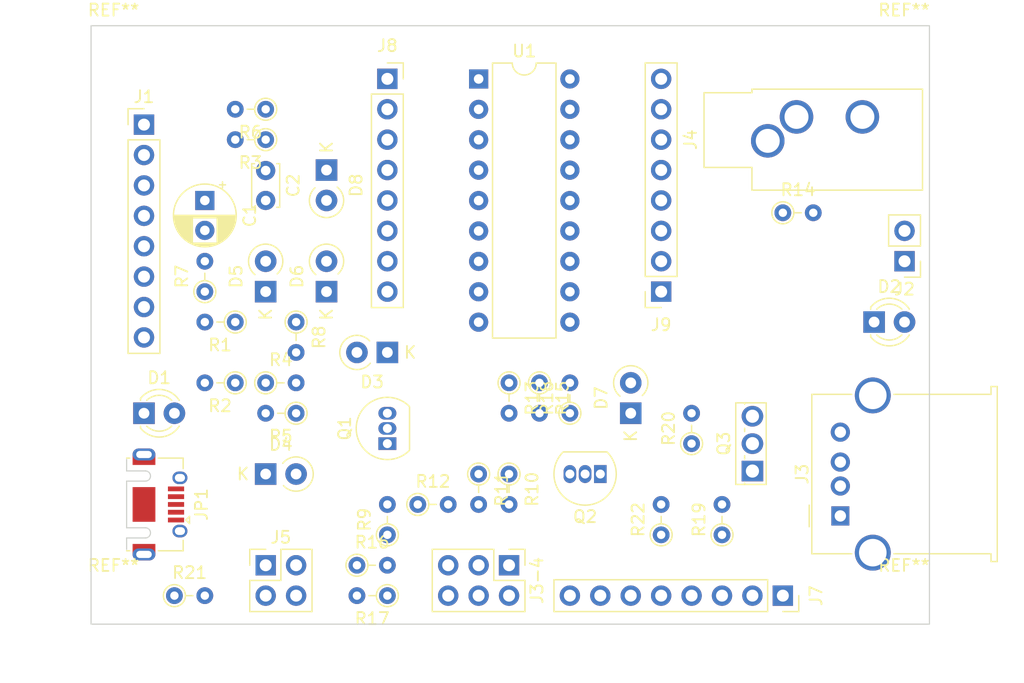
<source format=kicad_pcb>
(kicad_pcb (version 20211014) (generator pcbnew)
  (layers (0 "F.Cu" signal) (31 "B.Cu" signal) (34 "B.Paste" user) (35 "F.Paste" user) (36 "B.SilkS" user "B.Silkscreen") (37 "F.SilkS" user "F.Silkscreen") (38 "B.Mask" user) (39 "F.Mask" user) (44 "Edge.Cuts" user))
  (net 0 "")
  (net 1 "GND")
  (net 2 "Net-(R13-Pad2)")
  (net 3 "Net-(D7-Pad1)")
  (net 4 "Net-(R21-Pad1)")
  (net 5 "Net-(R19-Pad2)")
  (net 6 "Net-(D5-Pad1)")
  (net 7 "Net-(J1-Pad2)")
  (net 8 "Net-(J1-Pad1)")
  (net 9 "Net-(J1-Pad8)")
  (net 12 "Net-(R16-Pad1)")
  (net 13 "Net-(R14-Pad1)")
  (net 14 "Net-(R13-Pad1)")
  (net 15 "Net-(R10-Pad1)")
  (net 16 "Net-(R4-Pad2)")
  (net 17 "Net-(D3-Pad2)")
  (net 18 "+3V3")
  (net 19 "Net-(D1-Pad2)")
  (net 20 "Net-(J7-Pad5)")
  (net 21 "Net-(J5-Pad3)")
  (net 22 "Net-(J3-Pad2)")
  (net 23 "Net-(J7-Pad4)")
  (net 24 "Net-(J5-Pad2)")
  (net 25 "Net-(J4-PadR)")
  (net 26 "Net-(J3-4-Pad5)")
  (net 27 "Net-(J3-4-Pad3)")
  (net 28 "Net-(J3-4-Pad1)")
  (net 29 "Net-(D6-Pad2)")
  (net 30 "Net-(J1-Pad6)")
  (net 31 "Net-(D5-Pad2)")
  (net 32 "Net-(J1-Pad7)")
  (net 33 "+5V")
  (net 34 "Net-(D2-Pad2)")
  (net 55 "Net-(J3-Pad4)")
  (net 56 "Net-(R12-Pad1)")
  (net 57 "Net-(R11-Pad1)")
  (footprint "Package_DIP:DIP-18_W7.62mm" (layer "F.Cu") (at 73.66 27.95)
    (fp_text reference "U1" (at 3.81 -2.33) (layer "F.SilkS"))
    (fp_text value "MCP23008-xP")
    (pad "1" thru_hole rect (at 0 0) (size 1.6 1.6) (drill 0.8) (layers *.Cu *.Mask) (net 7 "Net-(J1-Pad2)"))
    (pad "2" thru_hole oval (at 0 2.54) (size 1.6 1.6) (drill 0.8) (layers *.Cu *.Mask) (net 8 "Net-(J1-Pad1)"))
    (pad "3" thru_hole oval (at 0 5.08) (size 1.6 1.6) (drill 0.8) (layers *.Cu *.Mask) (net 1 "GND"))
    (pad "4" thru_hole oval (at 0 7.62) (size 1.6 1.6) (drill 0.8) (layers *.Cu *.Mask) (net 1 "GND"))
    (pad "5" thru_hole oval (at 0 10.16) (size 1.6 1.6) (drill 0.8) (layers *.Cu *.Mask) (net 1 "GND"))
    (pad "6" thru_hole oval (at 0 12.7) (size 1.6 1.6) (drill 0.8) (layers *.Cu *.Mask) (net 9 "Net-(J1-Pad8)"))
    (pad "7" thru_hole oval (at 0 15.24) (size 1.6 1.6) (drill 0.8) (layers *.Cu *.Mask))
    (pad "8" thru_hole oval (at 0 17.78) (size 1.6 1.6) (drill 0.8) (layers *.Cu *.Mask))
    (pad "9" thru_hole oval (at 0 20.32) (size 1.6 1.6) (drill 0.8) (layers *.Cu *.Mask) (net 1 "GND"))
    (pad "10" thru_hole oval (at 7.62 20.32) (size 1.6 1.6) (drill 0.8) (layers *.Cu *.Mask) (net 57 "Net-(R11-Pad1)"))
    (pad "11" thru_hole oval (at 7.62 17.78) (size 1.6 1.6) (drill 0.8) (layers *.Cu *.Mask) (net 56 "Net-(R12-Pad1)"))
    (pad "12" thru_hole oval (at 7.62 15.24) (size 1.6 1.6) (drill 0.8) (layers *.Cu *.Mask) (net 4 "Net-(R21-Pad1)"))
    (pad "13" thru_hole oval (at 7.62 12.7) (size 1.6 1.6) (drill 0.8) (layers *.Cu *.Mask) (net 14 "Net-(R13-Pad1)"))
    (pad "14" thru_hole oval (at 7.62 10.16) (size 1.6 1.6) (drill 0.8) (layers *.Cu *.Mask) (net 5 "Net-(R19-Pad2)"))
    (pad "15" thru_hole oval (at 7.62 7.62) (size 1.6 1.6) (drill 0.8) (layers *.Cu *.Mask) (net 12 "Net-(R16-Pad1)"))
    (pad "16" thru_hole oval (at 7.62 5.08) (size 1.6 1.6) (drill 0.8) (layers *.Cu *.Mask) (net 13 "Net-(R14-Pad1)"))
    (pad "17" thru_hole oval (at 7.62 2.54) (size 1.6 1.6) (drill 0.8) (layers *.Cu *.Mask) (net 15 "Net-(R10-Pad1)"))
    (pad "18" thru_hole oval (at 7.62 0) (size 1.6 1.6) (drill 0.8) (layers *.Cu *.Mask) (net 18 "+3V3"))
  )
  (footprint "LED_THT:LED_D3.0mm" (layer "F.Cu") (at 106.68 48.26)
    (fp_text reference "D2" (at 1.27 -2.96) (layer "F.SilkS"))
    (fp_text value "LED")
    (pad "1" thru_hole rect (at 0 0) (size 1.8 1.8) (drill 0.9) (layers *.Cu *.Mask) (net 1 "GND"))
    (pad "2" thru_hole circle (at 2.54 0) (size 1.8 1.8) (drill 0.9) (layers *.Cu *.Mask) (net 34 "Net-(D2-Pad2)"))
  )
  (footprint "Resistor_THT:R_Axial_DIN0204_L3.6mm_D1.6mm_P2.54mm_Vertical" (layer "F.Cu") (at 55.88 33.02 180)
    (fp_text reference "R3" (at 1.27 -1.92 180) (layer "F.SilkS"))
    (fp_text value "22k")
    (pad "1" thru_hole circle (at 0 0 180) (size 1.4 1.4) (drill 0.7) (layers *.Cu *.Mask) (net 18 "+3V3"))
    (pad "2" thru_hole oval (at 2.54 0 180) (size 1.4 1.4) (drill 0.7) (layers *.Cu *.Mask) (net 7 "Net-(J1-Pad2)"))
  )
  (footprint "Resistor_THT:R_Axial_DIN0204_L3.6mm_D1.6mm_P2.54mm_Vertical" (layer "F.Cu") (at 53.34 48.26 180)
    (fp_text reference "R1" (at 1.27 -1.92) (layer "F.SilkS"))
    (fp_text value "1k")
    (pad "1" thru_hole circle (at 0 0 180) (size 1.4 1.4) (drill 0.7) (layers *.Cu *.Mask) (net 18 "+3V3"))
    (pad "2" thru_hole oval (at 2.54 0 180) (size 1.4 1.4) (drill 0.7) (layers *.Cu *.Mask) (net 19 "Net-(D1-Pad2)"))
  )
  (footprint "Resistor_THT:R_Axial_DIN0204_L3.6mm_D1.6mm_P2.54mm_Vertical" (layer "F.Cu") (at 68.58 63.5)
    (fp_text reference "R12" (at 1.27 -1.92) (layer "F.SilkS"))
    (fp_text value "4k7")
    (pad "1" thru_hole circle (at 0 0) (size 1.4 1.4) (drill 0.7) (layers *.Cu *.Mask) (net 56 "Net-(R12-Pad1)"))
    (pad "2" thru_hole oval (at 2.54 0) (size 1.4 1.4) (drill 0.7) (layers *.Cu *.Mask) (net 26 "Net-(J3-4-Pad5)"))
  )
  (footprint "Resistor_THT:R_Axial_DIN0204_L3.6mm_D1.6mm_P2.54mm_Vertical" (layer "F.Cu") (at 93.98 66.04 90)
    (fp_text reference "R19" (at 1.27 -1.92 90) (layer "F.SilkS"))
    (fp_text value "4k7")
    (pad "1" thru_hole circle (at 0 0 90) (size 1.4 1.4) (drill 0.7) (layers *.Cu *.Mask) (net 23 "Net-(J7-Pad4)"))
    (pad "2" thru_hole oval (at 2.54 0 90) (size 1.4 1.4) (drill 0.7) (layers *.Cu *.Mask) (net 5 "Net-(R19-Pad2)"))
  )
  (footprint "Diode_THT:D_A-405_P2.54mm_Vertical_KathodeUp" (layer "F.Cu") (at 55.88 60.96)
    (fp_text reference "D4" (at 1.27 -2.47) (layer "F.SilkS"))
    (fp_text value "BAT43")
    (fp_text user "K" (at -1.9 0) (layer "F.SilkS"))
    (pad "1" thru_hole rect (at 0 0) (size 1.8 1.8) (drill 0.9) (layers *.Cu *.Mask) (net 33 "+5V"))
    (pad "2" thru_hole oval (at 2.54 0) (size 1.8 1.8) (drill 0.9) (layers *.Cu *.Mask) (net 1 "GND"))
  )
  (footprint "Package_TO_SOT_THT:TO-251-3_Vertical" (layer "F.Cu") (at 96.52 60.71 90)
    (fp_text reference "Q3" (at 2.29 -2.39 90) (layer "F.SilkS"))
    (fp_text value "IRLU2905PBF")
    (pad "1" thru_hole rect (at 0 0 90) (size 1.7175 1.8) (drill 1.1) (layers *.Cu *.Mask) (net 6 "Net-(D5-Pad1)"))
    (pad "2" thru_hole oval (at 2.29 0 90) (size 1.7175 1.8) (drill 1.1) (layers *.Cu *.Mask) (net 55 "Net-(J3-Pad4)"))
    (pad "3" thru_hole oval (at 4.58 0 90) (size 1.7175 1.8) (drill 1.1) (layers *.Cu *.Mask) (net 1 "GND"))
  )
  (footprint "Resistor_THT:R_Axial_DIN0204_L3.6mm_D1.6mm_P2.54mm_Vertical" (layer "F.Cu") (at 53.34 53.34 180)
    (fp_text reference "R2" (at 1.27 -1.92 180) (layer "F.SilkS"))
    (fp_text value "6.8k")
    (pad "1" thru_hole circle (at 0 0 180) (size 1.4 1.4) (drill 0.7) (layers *.Cu *.Mask) (net 33 "+5V"))
    (pad "2" thru_hole oval (at 2.54 0 180) (size 1.4 1.4) (drill 0.7) (layers *.Cu *.Mask) (net 34 "Net-(D2-Pad2)"))
  )
  (footprint "Resistor_THT:R_Axial_DIN0204_L3.6mm_D1.6mm_P2.54mm_Vertical" (layer "F.Cu") (at 50.8 45.72 90)
    (fp_text reference "R7" (at 1.27 -1.92 90) (layer "F.SilkS"))
    (fp_text value "4k7")
    (pad "1" thru_hole circle (at 0 0 90) (size 1.4 1.4) (drill 0.7) (layers *.Cu *.Mask) (net 30 "Net-(J1-Pad6)"))
    (pad "2" thru_hole oval (at 2.54 0 90) (size 1.4 1.4) (drill 0.7) (layers *.Cu *.Mask) (net 31 "Net-(D5-Pad2)"))
  )
  (footprint "Resistor_THT:R_Axial_DIN0204_L3.6mm_D1.6mm_P2.54mm_Vertical" (layer "F.Cu") (at 76.2 53.34 -90)
    (fp_text reference "R13" (at 1.27 -1.92 -90) (layer "F.SilkS"))
    (fp_text value "4k7")
    (pad "1" thru_hole circle (at 0 0 270) (size 1.4 1.4) (drill 0.7) (layers *.Cu *.Mask) (net 14 "Net-(R13-Pad1)"))
    (pad "2" thru_hole oval (at 2.54 0 270) (size 1.4 1.4) (drill 0.7) (layers *.Cu *.Mask) (net 2 "Net-(R13-Pad2)"))
  )
  (footprint "LED_THT:LED_D3.0mm" (layer "F.Cu") (at 45.72 55.88)
    (fp_text reference "D1" (at 1.27 -2.96) (layer "F.SilkS"))
    (fp_text value "LED")
    (pad "1" thru_hole rect (at 0 0) (size 1.8 1.8) (drill 0.9) (layers *.Cu *.Mask) (net 1 "GND"))
    (pad "2" thru_hole circle (at 2.54 0) (size 1.8 1.8) (drill 0.9) (layers *.Cu *.Mask) (net 19 "Net-(D1-Pad2)"))
  )
  (footprint "Resistor_THT:R_Axial_DIN0204_L3.6mm_D1.6mm_P2.54mm_Vertical" (layer "F.Cu") (at 66.04 71.12 180)
    (fp_text reference "R17" (at 1.27 -1.92 180) (layer "F.SilkS"))
    (fp_text value "4k7")
    (pad "1" thru_hole circle (at 0 0 180) (size 1.4 1.4) (drill 0.7) (layers *.Cu *.Mask) (net 24 "Net-(J5-Pad2)"))
    (pad "2" thru_hole oval (at 2.54 0 180) (size 1.4 1.4) (drill 0.7) (layers *.Cu *.Mask) (net 1 "GND"))
  )
  (footprint "Connector_PinHeader_2.54mm:PinHeader_1x08_P2.54mm_Vertical" (layer "F.Cu") (at 45.72 31.765)
    (fp_text reference "J1" (at 0 -2.33) (layer "F.SilkS"))
    (fp_text value "Conn_01x08")
    (pad "1" thru_hole rect (at 0 0) (size 1.7 1.7) (drill 1) (layers *.Cu *.Mask) (net 8 "Net-(J1-Pad1)"))
    (pad "2" thru_hole oval (at 0 2.54) (size 1.7 1.7) (drill 1) (layers *.Cu *.Mask) (net 7 "Net-(J1-Pad2)"))
    (pad "3" thru_hole oval (at 0 5.08) (size 1.7 1.7) (drill 1) (layers *.Cu *.Mask) (net 18 "+3V3"))
    (pad "4" thru_hole oval (at 0 7.62) (size 1.7 1.7) (drill 1) (layers *.Cu *.Mask) (net 1 "GND"))
    (pad "5" thru_hole oval (at 0 10.16) (size 1.7 1.7) (drill 1) (layers *.Cu *.Mask))
    (pad "6" thru_hole oval (at 0 12.7) (size 1.7 1.7) (drill 1) (layers *.Cu *.Mask) (net 30 "Net-(J1-Pad6)"))
    (pad "7" thru_hole oval (at 0 15.24) (size 1.7 1.7) (drill 1) (layers *.Cu *.Mask) (net 32 "Net-(J1-Pad7)"))
    (pad "8" thru_hole oval (at 0 17.78) (size 1.7 1.7) (drill 1) (layers *.Cu *.Mask) (net 9 "Net-(J1-Pad8)"))
  )
  (footprint "Resistor_THT:R_Axial_DIN0204_L3.6mm_D1.6mm_P2.54mm_Vertical" (layer "F.Cu") (at 48.26 71.12)
    (fp_text reference "R21" (at 1.27 -1.92) (layer "F.SilkS"))
    (fp_text value "4k7")
    (pad "1" thru_hole circle (at 0 0) (size 1.4 1.4) (drill 0.7) (layers *.Cu *.Mask) (net 4 "Net-(R21-Pad1)"))
    (pad "2" thru_hole oval (at 2.54 0) (size 1.4 1.4) (drill 0.7) (layers *.Cu *.Mask) (net 21 "Net-(J5-Pad3)"))
  )
  (footprint "Resistor_THT:R_Axial_DIN0204_L3.6mm_D1.6mm_P2.54mm_Vertical" (layer "F.Cu") (at 66.04 66.04 90)
    (fp_text reference "R9" (at 1.27 -1.92 90) (layer "F.SilkS"))
    (fp_text value "4k7")
    (pad "1" thru_hole circle (at 0 0 90) (size 1.4 1.4) (drill 0.7) (layers *.Cu *.Mask) (net 24 "Net-(J5-Pad2)"))
    (pad "2" thru_hole oval (at 2.54 0 90) (size 1.4 1.4) (drill 0.7) (layers *.Cu *.Mask) (net 29 "Net-(D6-Pad2)"))
  )
  (footprint "Connector_Audio:Jack_3.5mm_CUI_SJ1-3533NG_Horizontal_CircularHoles" (layer "F.Cu") (at 97.8 33.12 90)
    (fp_text reference "J4" (at 0.1 -6.45 90) (layer "F.SilkS"))
    (fp_text value "AudioJack3")
    (pad "R" thru_hole circle (at 2 7.9 90) (size 2.8 2.8) (drill 2) (layers *.Cu *.Mask) (net 25 "Net-(J4-PadR)"))
    (pad "S" thru_hole circle (at 0 0 90) (size 2.8 2.8) (drill 2) (layers *.Cu *.Mask) (net 1 "GND"))
    (pad "T" thru_hole circle (at 2 2.4 90) (size 2.8 2.8) (drill 2) (layers *.Cu *.Mask))
  )
  (footprint "Diode_THT:D_A-405_P2.54mm_Vertical_KathodeUp" (layer "F.Cu") (at 60.96 35.56 -90)
    (fp_text reference "D8" (at 1.27 -2.47 90) (layer "F.SilkS"))
    (fp_text value "BAT43")
    (fp_text user "K" (at -1.9 0 90) (layer "F.SilkS"))
    (pad "1" thru_hole rect (at 0 0 270) (size 1.8 1.8) (drill 0.9) (layers *.Cu *.Mask) (net 18 "+3V3"))
    (pad "2" thru_hole oval (at 2.54 0 270) (size 1.8 1.8) (drill 0.9) (layers *.Cu *.Mask) (net 1 "GND"))
  )
  (footprint "Connector_PinHeader_2.54mm:PinHeader_2x03_P2.54mm_Vertical" (layer "F.Cu") (at 76.2 68.58 -90)
    (fp_text reference "J3-4" (at 1.27 -2.33 90) (layer "F.SilkS"))
    (fp_text value "Conn_02x03_Odd_Even")
    (pad "1" thru_hole rect (at 0 0 270) (size 1.7 1.7) (drill 1) (layers *.Cu *.Mask) (net 28 "Net-(J3-4-Pad1)"))
    (pad "2" thru_hole oval (at 2.54 0 270) (size 1.7 1.7) (drill 1) (layers *.Cu *.Mask) (net 1 "GND"))
    (pad "3" thru_hole oval (at 0 2.54 270) (size 1.7 1.7) (drill 1) (layers *.Cu *.Mask) (net 27 "Net-(J3-4-Pad3)"))
    (pad "4" thru_hole oval (at 2.54 2.54 270) (size 1.7 1.7) (drill 1) (layers *.Cu *.Mask) (net 1 "GND"))
    (pad "5" thru_hole oval (at 0 5.08 270) (size 1.7 1.7) (drill 1) (layers *.Cu *.Mask) (net 26 "Net-(J3-4-Pad5)"))
    (pad "6" thru_hole oval (at 2.54 5.08 270) (size 1.7 1.7) (drill 1) (layers *.Cu *.Mask) (net 1 "GND"))
  )
  (footprint "MountingHole:MountingHole_2.2mm_M2" (layer "F.Cu") (at 109.18 25.4)
    (fp_text reference "REF**" (at 0 -3.2) (layer "F.SilkS"))
    (fp_text value "MountingHole_2.2mm_M2")
    (pad "" np_thru_hole circle locked (at 0 0) (size 2.2 2.2) (drill 2.2) (layers *.Cu *.Mask))
  )
  (footprint "Resistor_THT:R_Axial_DIN0204_L3.6mm_D1.6mm_P2.54mm_Vertical" (layer "F.Cu") (at 63.5 68.58)
    (fp_text reference "R16" (at 1.27 -1.92) (layer "F.SilkS"))
    (fp_text value "4k7")
    (pad "1" thru_hole circle (at 0 0) (size 1.4 1.4) (drill 0.7) (layers *.Cu *.Mask) (net 12 "Net-(R16-Pad1)"))
    (pad "2" thru_hole oval (at 2.54 0) (size 1.4 1.4) (drill 0.7) (layers *.Cu *.Mask) (net 24 "Net-(J5-Pad2)"))
  )
  (footprint "Resistor_THT:R_Axial_DIN0204_L3.6mm_D1.6mm_P2.54mm_Vertical" (layer "F.Cu") (at 58.42 55.88 180)
    (fp_text reference "R5" (at 1.27 -1.92 180) (layer "F.SilkS"))
    (fp_text value "4k7")
    (pad "1" thru_hole circle (at 0 0 180) (size 1.4 1.4) (drill 0.7) (layers *.Cu *.Mask) (net 16 "Net-(R4-Pad2)"))
    (pad "2" thru_hole oval (at 2.54 0 180) (size 1.4 1.4) (drill 0.7) (layers *.Cu *.Mask) (net 1 "GND"))
  )
  (footprint "Resistor_THT:R_Axial_DIN0204_L3.6mm_D1.6mm_P2.54mm_Vertical" (layer "F.Cu") (at 73.66 60.96 -90)
    (fp_text reference "R11" (at 1.27 -1.92 -90) (layer "F.SilkS"))
    (fp_text value "4k7")
    (pad "1" thru_hole circle (at 0 0 270) (size 1.4 1.4) (drill 0.7) (layers *.Cu *.Mask) (net 57 "Net-(R11-Pad1)"))
    (pad "2" thru_hole oval (at 2.54 0 270) (size 1.4 1.4) (drill 0.7) (layers *.Cu *.Mask) (net 27 "Net-(J3-4-Pad3)"))
  )
  (footprint "Connector_PinSocket_2.54mm:PinSocket_1x08_P2.54mm_Vertical" (layer "F.Cu") (at 99.06 71.12 -90)
    (fp_text reference "J7" (at 0 -2.77 -90) (layer "F.SilkS"))
    (fp_text value "Conn_01x08")
    (pad "1" thru_hole rect (at 0 0 270) (size 1.7 1.7) (drill 1) (layers *.Cu *.Mask))
    (pad "2" thru_hole oval (at 0 2.54 270) (size 1.7 1.7) (drill 1) (layers *.Cu *.Mask))
    (pad "3" thru_hole oval (at 0 5.08 270) (size 1.7 1.7) (drill 1) (layers *.Cu *.Mask) (net 18 "+3V3"))
    (pad "4" thru_hole oval (at 0 7.62 270) (size 1.7 1.7) (drill 1) (layers *.Cu *.Mask) (net 23 "Net-(J7-Pad4)"))
    (pad "5" thru_hole oval (at 0 10.16 270) (size 1.7 1.7) (drill 1) (layers *.Cu *.Mask) (net 20 "Net-(J7-Pad5)"))
    (pad "6" thru_hole oval (at 0 12.7 270) (size 1.7 1.7) (drill 1) (layers *.Cu *.Mask))
    (pad "7" thru_hole oval (at 0 15.24 270) (size 1.7 1.7) (drill 1) (layers *.Cu *.Mask) (net 55 "Net-(J3-Pad4)"))
    (pad "8" thru_hole oval (at 0 17.78 270) (size 1.7 1.7) (drill 1) (layers *.Cu *.Mask) (net 33 "+5V"))
  )
  (footprint "Connector_PinSocket_2.54mm:PinSocket_1x08_P2.54mm_Vertical" (layer "F.Cu") (at 66.04 27.94)
    (fp_text reference "J8" (at 0 -2.77) (layer "F.SilkS"))
    (fp_text value "Conn_01x08")
    (pad "1" thru_hole rect (at 0 0) (size 1.7 1.7) (drill 1) (layers *.Cu *.Mask))
    (pad "2" thru_hole oval (at 0 2.54) (size 1.7 1.7) (drill 1) (layers *.Cu *.Mask))
    (pad "3" thru_hole oval (at 0 5.08) (size 1.7 1.7) (drill 1) (layers *.Cu *.Mask))
    (pad "4" thru_hole oval (at 0 7.62) (size 1.7 1.7) (drill 1) (layers *.Cu *.Mask))
    (pad "5" thru_hole oval (at 0 10.16) (size 1.7 1.7) (drill 1) (layers *.Cu *.Mask))
    (pad "6" thru_hole oval (at 0 12.7) (size 1.7 1.7) (drill 1) (layers *.Cu *.Mask))
    (pad "7" thru_hole oval (at 0 15.24) (size 1.7 1.7) (drill 1) (layers *.Cu *.Mask) (net 18 "+3V3"))
    (pad "8" thru_hole oval (at 0 17.78) (size 1.7 1.7) (drill 1) (layers *.Cu *.Mask) (net 1 "GND"))
  )
  (footprint "Resistor_THT:R_Axial_DIN0204_L3.6mm_D1.6mm_P2.54mm_Vertical" (layer "F.Cu") (at 88.9 66.04 90)
    (fp_text reference "R22" (at 1.27 -1.92 90) (layer "F.SilkS"))
    (fp_text value "4k7")
    (pad "1" thru_hole circle (at 0 0 90) (size 1.4 1.4) (drill 0.7) (layers *.Cu *.Mask) (net 20 "Net-(J7-Pad5)"))
    (pad "2" thru_hole oval (at 2.54 0 90) (size 1.4 1.4) (drill 0.7) (layers *.Cu *.Mask) (net 2 "Net-(R13-Pad2)"))
  )
  (footprint "Capacitor_THT:C_Disc_D3.4mm_W2.1mm_P2.50mm" (layer "F.Cu") (at 55.88 35.6 -90)
    (fp_text reference "C2" (at 1.25 -2.3 -90) (layer "F.SilkS"))
    (fp_text value "0.1u")
    (pad "1" thru_hole circle (at 0 0 270) (size 1.6 1.6) (drill 0.8) (layers *.Cu *.Mask) (net 18 "+3V3"))
    (pad "2" thru_hole circle (at 2.5 0 270) (size 1.6 1.6) (drill 0.8) (layers *.Cu *.Mask) (net 1 "GND"))
  )
  (footprint "Resistor_THT:R_Axial_DIN0204_L3.6mm_D1.6mm_P2.54mm_Vertical" (layer "F.Cu") (at 91.44 58.42 90)
    (fp_text reference "R20" (at 1.27 -1.92 90) (layer "F.SilkS"))
    (fp_text value "39k")
    (pad "1" thru_hole circle (at 0 0 90) (size 1.4 1.4) (drill 0.7) (layers *.Cu *.Mask) (net 22 "Net-(J3-Pad2)"))
    (pad "2" thru_hole oval (at 2.54 0 90) (size 1.4 1.4) (drill 0.7) (layers *.Cu *.Mask) (net 3 "Net-(D7-Pad1)"))
  )
  (footprint "MountingHole:MountingHole_2.2mm_M2" (layer "F.Cu") (at 43.18 71.8)
    (fp_text reference "REF**" (at 0 -3.2) (layer "F.SilkS"))
    (fp_text value "MountingHole_2.2mm_M2")
    (pad "" np_thru_hole circle locked (at 0 0) (size 2.2 2.2) (drill 2.2) (layers F&B.Cu *.Mask))
  )
  (footprint "MountingHole:MountingHole_2.2mm_M2" (layer "F.Cu") (at 43.18 25.4)
    (fp_text reference "REF**" (at 0 -3.2) (layer "F.SilkS"))
    (fp_text value "MountingHole_2.2mm_M2")
    (pad "" np_thru_hole circle locked (at 0 0) (size 2.2 2.2) (drill 2.2) (layers *.Cu *.Mask))
  )
  (footprint "Connector_USB:USB_A_Molex_67643_Horizontal" (layer "F.Cu") (at 103.86 64.46 90)
    (fp_text reference "J3" (at 3.5 -3.19 90) (layer "F.SilkS"))
    (fp_text value "USB_A")
    (pad "1" thru_hole rect (at 0 0 90) (size 1.6 1.5) (drill 0.95) (layers *.Cu *.Mask) (net 33 "+5V"))
    (pad "2" thru_hole circle (at 2.5 0 90) (size 1.6 1.6) (drill 0.95) (layers *.Cu *.Mask) (net 22 "Net-(J3-Pad2)"))
    (pad "3" thru_hole circle (at 4.5 0 90) (size 1.6 1.6) (drill 0.95) (layers *.Cu *.Mask))
    (pad "4" thru_hole circle (at 7 0 90) (size 1.6 1.6) (drill 0.95) (layers *.Cu *.Mask) (net 55 "Net-(J3-Pad4)"))
    (pad "5" thru_hole circle (at -3.07 2.71 90) (size 3 3) (drill 2.3) (layers *.Cu *.Mask))
    (pad "5" thru_hole circle (at 10.07 2.71 90) (size 3 3) (drill 2.3) (layers *.Cu *.Mask))
  )
  (footprint "Package_TO_SOT_THT:TO-92_Inline" (layer "F.Cu") (at 83.82 60.96 180)
    (fp_text reference "Q2" (at 1.27 -3.56) (layer "F.SilkS"))
    (fp_text value "2N7000")
    (pad "1" thru_hole rect (at 0 0 180) (size 1.05 1.5) (drill 0.75) (layers *.Cu *.Mask) (net 1 "GND"))
    (pad "2" thru_hole oval (at 1.27 0 180) (size 1.05 1.5) (drill 0.75) (layers *.Cu *.Mask) (net 3 "Net-(D7-Pad1)"))
    (pad "3" thru_hole oval (at 2.54 0 180) (size 1.05 1.5) (drill 0.75) (layers *.Cu *.Mask) (net 2 "Net-(R13-Pad2)"))
  )
  (footprint "Capacitor_THT:CP_Radial_D5.0mm_P2.50mm" (layer "F.Cu") (at 50.8 38.1 -90)
    (fp_text reference "C1" (at 1.25 -3.75 90) (layer "F.SilkS"))
    (fp_text value "10u")
    (pad "1" thru_hole rect (at 0 0 270) (size 1.6 1.6) (drill 0.8) (layers *.Cu *.Mask) (net 18 "+3V3"))
    (pad "2" thru_hole circle (at 2.5 0 270) (size 1.6 1.6) (drill 0.8) (layers *.Cu *.Mask) (net 1 "GND"))
  )
  (footprint "Diode_THT:D_A-405_P2.54mm_Vertical_KathodeUp" (layer "F.Cu") (at 55.88 45.72 90)
    (fp_text reference "D5" (at 1.27 -2.47 90) (layer "F.SilkS"))
    (fp_text value "D")
    (fp_text user "K" (at -1.9 0 90) (layer "F.SilkS"))
    (pad "1" thru_hole rect (at 0 0 90) (size 1.8 1.8) (drill 0.9) (layers *.Cu *.Mask) (net 6 "Net-(D5-Pad1)"))
    (pad "2" thru_hole oval (at 2.54 0 90) (size 1.8 1.8) (drill 0.9) (layers *.Cu *.Mask) (net 31 "Net-(D5-Pad2)"))
  )
  (footprint "Diode_THT:D_A-405_P2.54mm_Vertical_KathodeUp" (layer "F.Cu") (at 86.36 55.88 90)
    (fp_text reference "D7" (at 1.27 -2.47 90) (layer "F.SilkS"))
    (fp_text value "2.5V")
    (fp_text user "K" (at -1.9 0 90) (layer "F.SilkS"))
    (pad "1" thru_hole rect (at 0 0 90) (size 1.8 1.8) (drill 0.9) (layers *.Cu *.Mask) (net 3 "Net-(D7-Pad1)"))
    (pad "2" thru_hole oval (at 2.54 0 90) (size 1.8 1.8) (drill 0.9) (layers *.Cu *.Mask) (net 1 "GND"))
  )
  (footprint "Package_TO_SOT_THT:TO-92_Inline" (layer "F.Cu") (at 66.04 58.42 90)
    (fp_text reference "Q1" (at 1.27 -3.56 90) (layer "F.SilkS"))
    (fp_text value "2N7000")
    (pad "1" thru_hole rect (at 0 0 90) (size 1.05 1.5) (drill 0.75) (layers *.Cu *.Mask) (net 1 "GND"))
    (pad "2" thru_hole oval (at 1.27 0 90) (size 1.05 1.5) (drill 0.75) (layers *.Cu *.Mask) (net 16 "Net-(R4-Pad2)"))
    (pad "3" thru_hole oval (at 2.54 0 90) (size 1.05 1.5) (drill 0.75) (layers *.Cu *.Mask) (net 17 "Net-(D3-Pad2)"))
  )
  (footprint "Resistor_THT:R_Axial_DIN0204_L3.6mm_D1.6mm_P2.54mm_Vertical" (layer "F.Cu") (at 58.42 48.26 -90)
    (fp_text reference "R8" (at 1.27 -1.92 -90) (layer "F.SilkS"))
    (fp_text value "4k7")
    (pad "1" thru_hole circle (at 0 0 270) (size 1.4 1.4) (drill 0.7) (layers *.Cu *.Mask) (net 6 "Net-(D5-Pad1)"))
    (pad "2" thru_hole oval (at 2.54 0 270) (size 1.4 1.4) (drill 0.7) (layers *.Cu *.Mask) (net 1 "GND"))
  )
  (footprint "Connector_PinHeader_2.54mm:PinHeader_1x02_P2.54mm_Vertical" (layer "F.Cu") (at 109.22 43.18 180)
    (fp_text reference "J2" (at 0 -2.33) (layer "F.SilkS"))
    (fp_text value "Conn_01x02")
    (pad "1" thru_hole rect (at 0 0 180) (size 1.7 1.7) (drill 1) (layers *.Cu *.Mask) (net 18 "+3V3"))
    (pad "2" thru_hole oval (at 0 2.54 180) (size 1.7 1.7) (drill 1) (layers *.Cu *.Mask) (net 17 "Net-(D3-Pad2)"))
  )
  (footprint "MountingHole:MountingHole_2.2mm_M2" (layer "F.Cu") (at 109.18 71.8)
    (fp_text reference "REF**" (at 0 -3.2) (layer "F.SilkS"))
    (fp_text value "MountingHole_2.2mm_M2")
    (pad "" np_thru_hole circle locked (at 0 0) (size 2.2 2.2) (drill 2.2) (layers F&B.Cu *.Mask))
  )
  (footprint "Resistor_THT:R_Axial_DIN0204_L3.6mm_D1.6mm_P2.54mm_Vertical" (layer "F.Cu") (at 78.74 53.34 -90)
    (fp_text reference "R15" (at 1.27 -1.92 -90) (layer "F.SilkS"))
    (fp_text value "4k7")
    (pad "1" thru_hole circle (at 0 0 270) (size 1.4 1.4) (drill 0.7) (layers *.Cu *.Mask) (net 18 "+3V3"))
    (pad "2" thru_hole oval (at 2.54 0 270) (size 1.4 1.4) (drill 0.7) (layers *.Cu *.Mask) (net 2 "Net-(R13-Pad2)"))
  )
  (footprint "Connector_USB:USB_Micro-AB_Molex_47590-0001" (layer "F.Cu") (at 45.72 63.5 -90)
    (fp_text reference "JP1" (at 0 -4.8 90) (layer "F.SilkS"))
    (fp_text value "USB_B_Micro")
    (fp_line (start -2.8 -0.125) (end -2.8 1.45) (layer "Edge.Cuts") (width 0.1))
    (fp_line (start -3.75 1.45) (end -2.8 1.45) (layer "Edge.Cuts") (width 0.1))
    (fp_line (start -1.95 -0.125) (end -1.95 1.45) (layer "Edge.Cuts") (width 0.1))
    (fp_line (start 2.8 -0.125) (end 2.8 1.45) (layer "Edge.Cuts") (width 0.1))
    (fp_line (start 2.8 1.45) (end 3.75 1.45) (layer "Edge.Cuts") (width 0.1))
    (fp_line (start 1.95 -0.125) (end 1.95 1.45) (layer "Edge.Cuts") (width 0.1))
    (fp_line (start -1.95 1.45) (end 1.95 1.45) (layer "Edge.Cuts") (width 0.1))
    (fp_arc (start -2.8 -0.125) (mid -2.375 -0.55) (end -1.95 -0.125) (layer "Edge.Cuts") (width 0.1))
    (fp_arc (start 1.95 -0.125) (mid 2.375 -0.55) (end 2.8 -0.125) (layer "Edge.Cuts") (width 0.1))
    (pad "1" smd rect (at 1.3 -2.675 270) (size 0.4 1.35) (layers "F.Cu" "F.Paste" "F.Mask") (net 33 "+5V"))
    (pad "2" smd rect (at 0.65 -2.675 270) (size 0.4 1.35) (layers "F.Cu" "F.Paste" "F.Mask"))
    (pad "3" smd rect (at 0 -2.675 270) (size 0.4 1.35) (layers "F.Cu" "F.Paste" "F.Mask"))
    (pad "4" smd rect (at -0.65 -2.675 270) (size 0.4 1.35) (layers "F.Cu" "F.Paste" "F.Mask"))
    (pad "5" smd rect (at -1.3 -2.675 270) (size 0.4 1.35) (layers "F.Cu" "F.Paste" "F.Mask") (net 1 "GND"))
    (pad "6" smd rect (at -3.7375 0 270) (size 0.875 1.9) (layers "F.Cu" "F.Mask"))
    (pad "6" thru_hole oval (at -4.175 0 270) (size 1 1.9) (drill oval 0.6 1.3) (layers *.Cu *.Mask))
    (pad "6" thru_hole oval (at 4.175 0 270) (size 1 1.9) (drill oval 0.6 1.3) (layers *.Cu *.Mask))
    (pad "6" smd rect (at 0 0 270) (size 2.9 1.9) (layers "F.Cu" "F.Paste" "F.Mask"))
    (pad "6" thru_hole oval (at -2.225 -3 270) (size 1.05 1.25) (drill oval 0.65 0.85) (layers *.Cu *.Mask))
    (pad "6" smd rect (at 3.7375 0 270) (size 0.875 1.9) (layers "F.Cu" "F.Mask"))
    (pad "6" thru_hole oval (at 2.225 -3 270) (size 1.05 1.25) (drill oval 0.65 0.85) (layers *.Cu *.Mask))
  )
  (footprint "Resistor_THT:R_Axial_DIN0204_L3.6mm_D1.6mm_P2.54mm_Vertical" (layer "F.Cu") (at 81.28 55.88 90)
    (fp_text reference "R18" (at 1.27 -1.92 90) (layer "F.SilkS"))
    (fp_text value "39k")
    (pad "1" thru_hole circle (at 0 0 90) (size 1.4 1.4) (drill 0.7) (layers *.Cu *.Mask) (net 3 "Net-(D7-Pad1)"))
    (pad "2" thru_hole oval (at 2.54 0 90) (size 1.4 1.4) (drill 0.7) (layers *.Cu *.Mask) (net 1 "GND"))
  )
  (footprint "Resistor_THT:R_Axial_DIN0204_L3.6mm_D1.6mm_P2.54mm_Vertical" (layer "F.Cu") (at 55.88 30.48 180)
    (fp_text reference "R6" (at 1.27 -1.92 180) (layer "F.SilkS"))
    (fp_text value "22k")
    (pad "1" thru_hole circle (at 0 0 180) (size 1.4 1.4) (drill 0.7) (layers *.Cu *.Mask) (net 18 "+3V3"))
    (pad "2" thru_hole oval (at 2.54 0 180) (size 1.4 1.4) (drill 0.7) (layers *.Cu *.Mask) (net 8 "Net-(J1-Pad1)"))
  )
  (footprint "Resistor_THT:R_Axial_DIN0204_L3.6mm_D1.6mm_P2.54mm_Vertical" (layer "F.Cu") (at 55.88 53.34)
    (fp_text reference "R4" (at 1.27 -1.92) (layer "F.SilkS"))
    (fp_text value "4k7")
    (pad "1" thru_hole circle (at 0 0) (size 1.4 1.4) (drill 0.7) (layers *.Cu *.Mask) (net 32 "Net-(J1-Pad7)"))
    (pad "2" thru_hole oval (at 2.54 0) (size 1.4 1.4) (drill 0.7) (layers *.Cu *.Mask) (net 16 "Net-(R4-Pad2)"))
  )
  (footprint "Diode_THT:D_A-405_P2.54mm_Vertical_KathodeUp" (layer "F.Cu") (at 66.04 50.8 180)
    (fp_text reference "D3" (at 1.27 -2.47) (layer "F.SilkS"))
    (fp_text value "D")
    (fp_text user "K" (at -1.9 0) (layer "F.SilkS"))
    (pad "1" thru_hole rect (at 0 0 180) (size 1.8 1.8) (drill 0.9) (layers *.Cu *.Mask) (net 18 "+3V3"))
    (pad "2" thru_hole oval (at 2.54 0 180) (size 1.8 1.8) (drill 0.9) (layers *.Cu *.Mask) (net 17 "Net-(D3-Pad2)"))
  )
  (footprint "Connector_PinHeader_2.54mm:PinHeader_2x02_P2.54mm_Vertical" (layer "F.Cu") (at 55.88 68.58)
    (fp_text reference "J5" (at 1.27 -2.33) (layer "F.SilkS"))
    (fp_text value "Conn_02x02_Odd_Even")
    (pad "1" thru_hole rect (at 0 0) (size 1.7 1.7) (drill 1) (layers *.Cu *.Mask) (net 18 "+3V3"))
    (pad "2" thru_hole oval (at 2.54 0) (size 1.7 1.7) (drill 1) (layers *.Cu *.Mask) (net 24 "Net-(J5-Pad2)"))
    (pad "3" thru_hole oval (at 0 2.54) (size 1.7 1.7) (drill 1) (layers *.Cu *.Mask) (net 21 "Net-(J5-Pad3)"))
    (pad "4" thru_hole oval (at 2.54 2.54) (size 1.7 1.7) (drill 1) (layers *.Cu *.Mask) (net 1 "GND"))
  )
  (footprint "Resistor_THT:R_Axial_DIN0204_L3.6mm_D1.6mm_P2.54mm_Vertical" (layer "F.Cu") (at 76.2 60.96 -90)
    (fp_text reference "R10" (at 1.27 -1.92 -90) (layer "F.SilkS"))
    (fp_text value "4k7")
    (pad "1" thru_hole circle (at 0 0 270) (size 1.4 1.4) (drill 0.7) (layers *.Cu *.Mask) (net 15 "Net-(R10-Pad1)"))
    (pad "2" thru_hole oval (at 2.54 0 270) (size 1.4 1.4) (drill 0.7) (layers *.Cu *.Mask) (net 28 "Net-(J3-4-Pad1)"))
  )
  (footprint "Diode_THT:D_A-405_P2.54mm_Vertical_KathodeUp" (layer "F.Cu") (at 60.96 45.72 90)
    (fp_text reference "D6" (at 1.27 -2.47 90) (layer "F.SilkS"))
    (fp_text value "D")
    (fp_text user "K" (at -1.9 0 90) (layer "F.SilkS"))
    (pad "1" thru_hole rect (at 0 0 90) (size 1.8 1.8) (drill 0.9) (layers *.Cu *.Mask) (net 6 "Net-(D5-Pad1)"))
    (pad "2" thru_hole oval (at 2.54 0 90) (size 1.8 1.8) (drill 0.9) (layers *.Cu *.Mask) (net 29 "Net-(D6-Pad2)"))
  )
  (footprint "Connector_PinSocket_2.54mm:PinSocket_1x08_P2.54mm_Vertical" (layer "F.Cu") (at 88.9 45.72 180)
    (fp_text reference "J9" (at 0 -2.77 180) (layer "F.SilkS"))
    (fp_text value "Conn_01x08")
    (pad "1" thru_hole rect (at 0 0 180) (size 1.7 1.7) (drill 1) (layers *.Cu *.Mask) (net 1 "GND"))
    (pad "2" thru_hole oval (at 0 2.54 180) (size 1.7 1.7) (drill 1) (layers *.Cu *.Mask))
    (pad "3" thru_hole oval (at 0 5.08 180) (size 1.7 1.7) (drill 1) (layers *.Cu *.Mask) (net 8 "Net-(J1-Pad1)"))
    (pad "4" thru_hole oval (at 0 7.62 180) (size 1.7 1.7) (drill 1) (layers *.Cu *.Mask) (net 7 "Net-(J1-Pad2)"))
    (pad "5" thru_hole oval (at 0 10.16 180) (size 1.7 1.7) (drill 1) (layers *.Cu *.Mask))
    (pad "6" thru_hole oval (at 0 12.7 180) (size 1.7 1.7) (drill 1) (layers *.Cu *.Mask))
    (pad "7" thru_hole oval (at 0 15.24 180) (size 1.7 1.7) (drill 1) (layers *.Cu *.Mask) (net 57 "Net-(R11-Pad1)"))
    (pad "8" thru_hole oval (at 0 17.78 180) (size 1.7 1.7) (drill 1) (layers *.Cu *.Mask) (net 56 "Net-(R12-Pad1)"))
  )
  (footprint "Resistor_THT:R_Axial_DIN0204_L3.6mm_D1.6mm_P2.54mm_Vertical" (layer "F.Cu") (at 99.06 39.13)
    (fp_text reference "R14" (at 1.27 -1.92) (layer "F.SilkS"))
    (fp_text value "4k7")
    (pad "1" thru_hole circle (at 0 0) (size 1.4 1.4) (drill 0.7) (layers *.Cu *.Mask) (net 13 "Net-(R14-Pad1)"))
    (pad "2" thru_hole oval (at 2.54 0) (size 1.4 1.4) (drill 0.7) (layers *.Cu *.Mask) (net 25 "Net-(J4-PadR)"))
  )
  (gr_rect (start 41.3 23.5) (end 111.3 73.5) (layer "Edge.Cuts") (width 0.1) (fill none))
)
</source>
